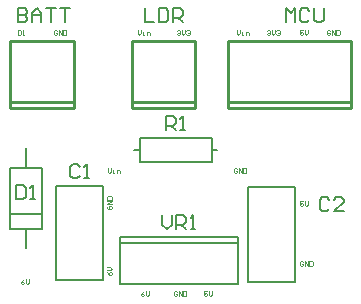
<source format=gbr>
G04*
G04 #@! TF.GenerationSoftware,Altium Limited,Altium Designer,25.8.1 (18)*
G04*
G04 Layer_Color=65535*
%FSLAX42Y42*%
%MOMM*%
G71*
G04*
G04 #@! TF.SameCoordinates,2F32B27C-ED81-4B25-BD7C-17359FCC7723*
G04*
G04*
G04 #@! TF.FilePolarity,Positive*
G04*
G01*
G75*
%ADD10C,0.20*%
%ADD11C,0.25*%
%ADD12C,0.10*%
D10*
X7236Y9938D02*
Y10738D01*
X6836D02*
X7236D01*
X6836Y9938D02*
Y10738D01*
Y9938D02*
X7236D01*
X5205Y9949D02*
Y10749D01*
Y9949D02*
X5605D01*
Y10749D01*
X5205D02*
X5605D01*
X5748Y9914D02*
X6528D01*
X5748D02*
Y10279D01*
X5848Y9914D02*
X6748D01*
Y10314D01*
X5748D02*
X6748D01*
X5748Y9914D02*
Y10314D01*
X5753Y10264D02*
X6748D01*
X4825Y10513D02*
X5081D01*
X4953Y10903D02*
Y11066D01*
Y10219D02*
Y10383D01*
X4818D02*
X5088D01*
Y10903D01*
X4818D02*
X5088D01*
X4818Y10383D02*
Y10903D01*
X5873Y11049D02*
X5918D01*
X6528D02*
X6573D01*
X5918Y11151D02*
X6528D01*
X5918Y10947D02*
Y11151D01*
Y10947D02*
X6528D01*
Y11151D01*
X6143Y11218D02*
Y11338D01*
X6203D01*
X6223Y11318D01*
Y11278D01*
X6203Y11258D01*
X6143D01*
X6183D02*
X6223Y11218D01*
X6263D02*
X6303D01*
X6283D01*
Y11338D01*
X6263Y11318D01*
X4873Y10753D02*
Y10633D01*
X4933D01*
X4953Y10653D01*
Y10733D01*
X4933Y10753D01*
X4873D01*
X4993Y10633D02*
X5033D01*
X5013D01*
Y10753D01*
X4993Y10733D01*
X7524Y10632D02*
X7504Y10652D01*
X7464D01*
X7444Y10632D01*
Y10552D01*
X7464Y10532D01*
X7504D01*
X7524Y10552D01*
X7644Y10532D02*
X7564D01*
X7644Y10612D01*
Y10632D01*
X7624Y10652D01*
X7584D01*
X7564Y10632D01*
X5410Y10911D02*
X5390Y10931D01*
X5350D01*
X5330Y10911D01*
Y10831D01*
X5350Y10811D01*
X5390D01*
X5410Y10831D01*
X5450Y10811D02*
X5490D01*
X5470D01*
Y10931D01*
X5450Y10911D01*
X6108Y10499D02*
Y10419D01*
X6148Y10379D01*
X6188Y10419D01*
Y10499D01*
X6228Y10379D02*
Y10499D01*
X6288D01*
X6308Y10479D01*
Y10439D01*
X6288Y10419D01*
X6228D01*
X6268D02*
X6308Y10379D01*
X6348D02*
X6388D01*
X6368D01*
Y10499D01*
X6348Y10479D01*
X7155Y12132D02*
Y12252D01*
X7195Y12212D01*
X7235Y12252D01*
Y12132D01*
X7355Y12232D02*
X7335Y12252D01*
X7295D01*
X7275Y12232D01*
Y12152D01*
X7295Y12132D01*
X7335D01*
X7355Y12152D01*
X7395Y12252D02*
Y12152D01*
X7415Y12132D01*
X7455D01*
X7475Y12152D01*
Y12252D01*
X5961D02*
Y12132D01*
X6041D01*
X6081Y12252D02*
Y12132D01*
X6141D01*
X6161Y12152D01*
Y12232D01*
X6141Y12252D01*
X6081D01*
X6201Y12132D02*
Y12252D01*
X6261D01*
X6281Y12232D01*
Y12192D01*
X6261Y12172D01*
X6201D01*
X6241D02*
X6281Y12132D01*
X4885Y12252D02*
Y12132D01*
X4945D01*
X4965Y12152D01*
Y12172D01*
X4945Y12192D01*
X4885D01*
X4945D01*
X4965Y12212D01*
Y12232D01*
X4945Y12252D01*
X4885D01*
X5005Y12132D02*
Y12212D01*
X5045Y12252D01*
X5085Y12212D01*
Y12132D01*
Y12192D01*
X5005D01*
X5125Y12252D02*
X5205D01*
X5165D01*
Y12132D01*
X5245Y12252D02*
X5325D01*
X5285D01*
Y12132D01*
D11*
X5852Y11459D02*
X6390D01*
Y11405D02*
Y11975D01*
X5852Y11405D02*
X6390D01*
X5852D02*
Y11975D01*
X6390D01*
X6665Y11976D02*
X7711D01*
X6665Y11406D02*
Y11976D01*
Y11406D02*
X7711D01*
Y11976D01*
X6665Y11460D02*
X7711D01*
X4821Y11459D02*
X5359D01*
Y11405D02*
Y11975D01*
X4821Y11405D02*
X5359D01*
X4821D02*
Y11975D01*
X5359D01*
D12*
X6742Y10889D02*
X6736Y10896D01*
X6722D01*
X6716Y10889D01*
Y10862D01*
X6722Y10856D01*
X6736D01*
X6742Y10862D01*
Y10876D01*
X6729D01*
X6756Y10856D02*
Y10896D01*
X6782Y10856D01*
Y10896D01*
X6796D02*
Y10856D01*
X6816D01*
X6822Y10862D01*
Y10889D01*
X6816Y10896D01*
X6796D01*
X5649D02*
Y10869D01*
X5662Y10856D01*
X5675Y10869D01*
Y10896D01*
X5689Y10856D02*
X5702D01*
X5695D01*
Y10882D01*
X5689D01*
X5722Y10856D02*
Y10882D01*
X5742D01*
X5749Y10876D01*
Y10856D01*
X6234Y9848D02*
X6228Y9854D01*
X6214D01*
X6208Y9848D01*
Y9821D01*
X6214Y9814D01*
X6228D01*
X6234Y9821D01*
Y9834D01*
X6221D01*
X6248Y9814D02*
Y9854D01*
X6274Y9814D01*
Y9854D01*
X6288D02*
Y9814D01*
X6308D01*
X6314Y9821D01*
Y9848D01*
X6308Y9854D01*
X6288D01*
X4939Y9956D02*
X4926Y9949D01*
X4912Y9936D01*
Y9923D01*
X4919Y9916D01*
X4932D01*
X4939Y9923D01*
Y9929D01*
X4932Y9936D01*
X4912D01*
X4952Y9956D02*
Y9929D01*
X4966Y9916D01*
X4979Y9929D01*
Y9956D01*
X5640Y10019D02*
X5646Y10006D01*
X5660Y9992D01*
X5673D01*
X5680Y9999D01*
Y10012D01*
X5673Y10019D01*
X5666D01*
X5660Y10012D01*
Y9992D01*
X5640Y10032D02*
X5666D01*
X5680Y10046D01*
X5666Y10059D01*
X5640D01*
X5955Y9854D02*
X5942Y9848D01*
X5928Y9834D01*
Y9821D01*
X5935Y9814D01*
X5948D01*
X5955Y9821D01*
Y9828D01*
X5948Y9834D01*
X5928D01*
X5968Y9854D02*
Y9828D01*
X5982Y9814D01*
X5995Y9828D01*
Y9854D01*
X6488D02*
X6462D01*
Y9834D01*
X6475Y9841D01*
X6482D01*
X6488Y9834D01*
Y9821D01*
X6482Y9814D01*
X6468D01*
X6462Y9821D01*
X6502Y9854D02*
Y9828D01*
X6515Y9814D01*
X6528Y9828D01*
Y9854D01*
X5646Y10578D02*
X5640Y10571D01*
Y10558D01*
X5646Y10551D01*
X5673D01*
X5680Y10558D01*
Y10571D01*
X5673Y10578D01*
X5660D01*
Y10564D01*
X5680Y10591D02*
X5640D01*
X5680Y10618D01*
X5640D01*
Y10631D02*
X5680D01*
Y10651D01*
X5673Y10658D01*
X5646D01*
X5640Y10651D01*
Y10631D01*
X7301Y10102D02*
X7294Y10108D01*
X7281D01*
X7274Y10102D01*
Y10075D01*
X7281Y10068D01*
X7294D01*
X7301Y10075D01*
Y10088D01*
X7288D01*
X7314Y10068D02*
Y10108D01*
X7341Y10068D01*
Y10108D01*
X7354D02*
Y10068D01*
X7374D01*
X7381Y10075D01*
Y10102D01*
X7374Y10108D01*
X7354D01*
X7301Y10616D02*
X7274D01*
Y10596D01*
X7288Y10603D01*
X7294D01*
X7301Y10596D01*
Y10583D01*
X7294Y10576D01*
X7281D01*
X7274Y10583D01*
X7314Y10616D02*
Y10590D01*
X7328Y10576D01*
X7341Y10590D01*
Y10616D01*
X7301Y12064D02*
X7274D01*
Y12044D01*
X7288Y12051D01*
X7294D01*
X7301Y12044D01*
Y12031D01*
X7294Y12024D01*
X7281D01*
X7274Y12031D01*
X7314Y12064D02*
Y12038D01*
X7328Y12024D01*
X7341Y12038D01*
Y12064D01*
X5218Y12058D02*
X5212Y12064D01*
X5198D01*
X5192Y12058D01*
Y12031D01*
X5198Y12024D01*
X5212D01*
X5218Y12031D01*
Y12044D01*
X5205D01*
X5232Y12024D02*
Y12064D01*
X5258Y12024D01*
Y12064D01*
X5272D02*
Y12024D01*
X5292D01*
X5298Y12031D01*
Y12058D01*
X5292Y12064D01*
X5272D01*
X4887D02*
Y12024D01*
X4907D01*
X4913Y12031D01*
Y12058D01*
X4907Y12064D01*
X4887D01*
X4927Y12024D02*
X4940D01*
X4933D01*
Y12064D01*
X4927Y12058D01*
X5903Y12064D02*
Y12038D01*
X5916Y12024D01*
X5929Y12038D01*
Y12064D01*
X5943Y12024D02*
X5956D01*
X5949D01*
Y12051D01*
X5943D01*
X5976Y12024D02*
Y12051D01*
X5996D01*
X6003Y12044D01*
Y12024D01*
X6233Y12058D02*
X6240Y12064D01*
X6253D01*
X6260Y12058D01*
Y12051D01*
X6253Y12044D01*
X6246D01*
X6253D01*
X6260Y12038D01*
Y12031D01*
X6253Y12024D01*
X6240D01*
X6233Y12031D01*
X6273Y12064D02*
Y12038D01*
X6286Y12024D01*
X6300Y12038D01*
Y12064D01*
X6313Y12058D02*
X6320Y12064D01*
X6333D01*
X6340Y12058D01*
Y12051D01*
X6333Y12044D01*
X6326D01*
X6333D01*
X6340Y12038D01*
Y12031D01*
X6333Y12024D01*
X6320D01*
X6313Y12031D01*
X7530Y12058D02*
X7523Y12064D01*
X7510D01*
X7503Y12058D01*
Y12031D01*
X7510Y12024D01*
X7523D01*
X7530Y12031D01*
Y12044D01*
X7516D01*
X7543Y12024D02*
Y12064D01*
X7570Y12024D01*
Y12064D01*
X7583D02*
Y12024D01*
X7603D01*
X7610Y12031D01*
Y12058D01*
X7603Y12064D01*
X7583D01*
X6995Y12058D02*
X7002Y12064D01*
X7015D01*
X7022Y12058D01*
Y12051D01*
X7015Y12044D01*
X7008D01*
X7015D01*
X7022Y12038D01*
Y12031D01*
X7015Y12024D01*
X7002D01*
X6995Y12031D01*
X7035Y12064D02*
Y12038D01*
X7048Y12024D01*
X7062Y12038D01*
Y12064D01*
X7075Y12058D02*
X7082Y12064D01*
X7095D01*
X7102Y12058D01*
Y12051D01*
X7095Y12044D01*
X7088D01*
X7095D01*
X7102Y12038D01*
Y12031D01*
X7095Y12024D01*
X7082D01*
X7075Y12031D01*
X6741Y12064D02*
Y12038D01*
X6754Y12024D01*
X6768Y12038D01*
Y12064D01*
X6781Y12024D02*
X6794D01*
X6788D01*
Y12051D01*
X6781D01*
X6814Y12024D02*
Y12051D01*
X6834D01*
X6841Y12044D01*
Y12024D01*
M02*

</source>
